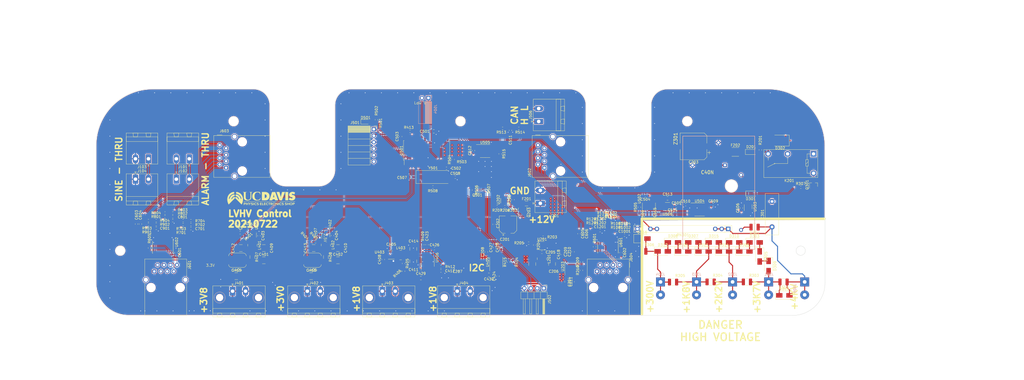
<source format=kicad_pcb>
(kicad_pcb (version 20210807) (generator pcbnew)

  (general
    (thickness 4.69)
  )

  (paper "USLetter")
  (layers
    (0 "F.Cu" signal)
    (1 "In1.Cu" power "L2 Ground")
    (2 "In2.Cu" power "L3 PWR")
    (31 "B.Cu" signal)
    (34 "B.Paste" user)
    (35 "F.Paste" user)
    (36 "B.SilkS" user "B.Silkscreen")
    (37 "F.SilkS" user "F.Silkscreen")
    (38 "B.Mask" user)
    (39 "F.Mask" user)
    (40 "Dwgs.User" user "User.Drawings")
    (44 "Edge.Cuts" user)
    (45 "Margin" user)
    (46 "B.CrtYd" user "B.Courtyard")
    (47 "F.CrtYd" user "F.Courtyard")
  )

  (setup
    (stackup
      (layer "F.SilkS" (type "Top Silk Screen"))
      (layer "F.Paste" (type "Top Solder Paste"))
      (layer "F.Mask" (type "Top Solder Mask") (color "Green") (thickness 0.01))
      (layer "F.Cu" (type "copper") (thickness 0.035))
      (layer "dielectric 1" (type "core") (thickness 1.51) (material "FR4") (epsilon_r 4.5) (loss_tangent 0.02))
      (layer "In1.Cu" (type "copper") (thickness 0.035))
      (layer "dielectric 2" (type "prepreg") (thickness 1.51) (material "FR4") (epsilon_r 4.5) (loss_tangent 0.02))
      (layer "In2.Cu" (type "copper") (thickness 0.035))
      (layer "dielectric 3" (type "core") (thickness 1.51) (material "FR4") (epsilon_r 4.5) (loss_tangent 0.02))
      (layer "B.Cu" (type "copper") (thickness 0.035))
      (layer "B.Mask" (type "Bottom Solder Mask") (color "Green") (thickness 0.01))
      (layer "B.Paste" (type "Bottom Solder Paste"))
      (layer "B.SilkS" (type "Bottom Silk Screen"))
      (copper_finish "None")
      (dielectric_constraints no)
    )
    (pad_to_mask_clearance 0)
    (grid_origin 247.803999 54.9455)
    (pcbplotparams
      (layerselection 0x00010f8_ffffffff)
      (disableapertmacros false)
      (usegerberextensions false)
      (usegerberattributes false)
      (usegerberadvancedattributes false)
      (creategerberjobfile false)
      (svguseinch false)
      (svgprecision 6)
      (excludeedgelayer true)
      (plotframeref false)
      (viasonmask false)
      (mode 1)
      (useauxorigin false)
      (hpglpennumber 1)
      (hpglpenspeed 20)
      (hpglpendiameter 15.000000)
      (dxfpolygonmode true)
      (dxfimperialunits true)
      (dxfusepcbnewfont true)
      (psnegative false)
      (psa4output false)
      (plotreference true)
      (plotvalue true)
      (plotinvisibletext false)
      (sketchpadsonfab false)
      (subtractmaskfromsilk true)
      (outputformat 1)
      (mirror false)
      (drillshape 0)
      (scaleselection 1)
      (outputdirectory "LVHV_20191026/")
    )
  )

  (net 0 "")
  (net 1 "GND")
  (net 2 "Net-(C203-Pad1)")
  (net 3 "Net-(C205-Pad2)")
  (net 4 "Net-(C205-Pad1)")
  (net 5 "+5V")
  (net 6 "Net-(C301-Pad1)")
  (net 7 "Net-(C406-Pad2)")
  (net 8 "Net-(C406-Pad1)")
  (net 9 "Net-(C407-Pad2)")
  (net 10 "Net-(C407-Pad1)")
  (net 11 "Net-(C408-Pad2)")
  (net 12 "Net-(C408-Pad1)")
  (net 13 "Net-(C204-Pad2)")
  (net 14 "Net-(C209-Pad1)")
  (net 15 "Net-(C210-Pad1)")
  (net 16 "+3V3I")
  (net 17 "Net-(C417-Pad2)")
  (net 18 "Net-(C401-Pad1)")
  (net 19 "Net-(C402-Pad1)")
  (net 20 "Net-(C423-Pad1)")
  (net 21 "+3V8")
  (net 22 "/LowVoltage/3V0")
  (net 23 "Net-(C426-Pad1)")
  (net 24 "+3V3")
  (net 25 "Net-(C501-Pad1)")
  (net 26 "/LowVoltage/2V6")
  (net 27 "Net-(C507-Pad1)")
  (net 28 "Net-(C508-Pad1)")
  (net 29 "Net-(D201-Pad2)")
  (net 30 "Net-(D201-Pad1)")
  (net 31 "/LowVoltage/3V8_OUT")
  (net 32 "Net-(D501-Pad2)")
  (net 33 "/LowVoltage/3V0_OUT")
  (net 34 "Net-(C424-Pad2)")
  (net 35 "Net-(C427-Pad1)")
  (net 36 "Net-(C428-Pad1)")
  (net 37 "/MCU/PGC")
  (net 38 "/MCU/PGD")
  (net 39 "Net-(J501-Pad1)")
  (net 40 "/LowVoltage/1V8_OUT")
  (net 41 "/HighVoltage/HV_Ctrl")
  (net 42 "Net-(D303-Pad1)")
  (net 43 "Net-(J504-Pad2)")
  (net 44 "Net-(J504-Pad1)")
  (net 45 "Net-(J601-Pad1)")
  (net 46 "Net-(J601-Pad2)")
  (net 47 "Net-(J601-Pad3)")
  (net 48 "Net-(J601-Pad4)")
  (net 49 "Net-(J601-Pad5)")
  (net 50 "Net-(J601-Pad6)")
  (net 51 "Net-(J601-Pad7)")
  (net 52 "Net-(J601-Pad8)")
  (net 53 "Net-(C603-Pad1)")
  (net 54 "Net-(C603-Pad2)")
  (net 55 "Net-(C604-Pad1)")
  (net 56 "Net-(C604-Pad2)")
  (net 57 "Net-(C701-Pad1)")
  (net 58 "Net-(C801-Pad1)")
  (net 59 "Net-(C605-Pad1)")
  (net 60 "Net-(C605-Pad2)")
  (net 61 "Net-(C901-Pad1)")
  (net 62 "Net-(C1001-Pad1)")
  (net 63 "Net-(C1101-Pad1)")
  (net 64 "Net-(C1201-Pad1)")
  (net 65 "/LVDSConnections/BiasNet3/in_p")
  (net 66 "/LVDSConnections/BiasNet3/in_n")
  (net 67 "Net-(C606-Pad1)")
  (net 68 "Net-(C606-Pad2)")
  (net 69 "Net-(J604-Pad1)")
  (net 70 "Net-(J604-Pad2)")
  (net 71 "Net-(J604-Pad3)")
  (net 72 "Net-(J604-Pad4)")
  (net 73 "Net-(J604-Pad5)")
  (net 74 "Net-(J604-Pad6)")
  (net 75 "Net-(J604-Pad7)")
  (net 76 "Net-(J604-Pad8)")
  (net 77 "Net-(R203-Pad1)")
  (net 78 "/PowerInput/5V_Feedback")
  (net 79 "Net-(R301-Pad2)")
  (net 80 "Net-(D303-Pad2)")
  (net 81 "Net-(D304-Pad1)")
  (net 82 "Net-(D304-Pad2)")
  (net 83 "Net-(D305-Pad2)")
  (net 84 "Net-(R412-Pad1)")
  (net 85 "Net-(D306-Pad1)")
  (net 86 "Net-(D307-Pad2)")
  (net 87 "Net-(D308-Pad1)")
  (net 88 "/MCU/SCL")
  (net 89 "/MCU/SDA")
  (net 90 "+12V")
  (net 91 "Net-(D309-Pad2)")
  (net 92 "Net-(D310-Pad1)")
  (net 93 "Net-(C510-Pad1)")
  (net 94 "/PowerInput/VIN")
  (net 95 "/Alarm2")
  (net 96 "/Alarm1")
  (net 97 "Net-(C511-Pad1)")
  (net 98 "/MCU/CAN_L")
  (net 99 "/MCU/CAN_H")
  (net 100 "/Sine")
  (net 101 "Net-(D311-Pad2)")
  (net 102 "Net-(D312-Pad1)")
  (net 103 "Net-(D314-Pad1)")
  (net 104 "unconnected-(J501-Pad6)")
  (net 105 "Net-(J502-Pad2)")
  (net 106 "/HighVoltage/SW1")
  (net 107 "Net-(Q203-Pad9)")
  (net 108 "Net-(R515-Pad2)")
  (net 109 "Net-(Q301-Pad1)")
  (net 110 "/MCU/CAN_RX")
  (net 111 "/MCU/CAN_TX")
  (net 112 "Net-(R202-Pad2)")
  (net 113 "Net-(R206-Pad2)")
  (net 114 "Net-(R208-Pad2)")
  (net 115 "Net-(R210-Pad1)")
  (net 116 "/HighVoltage/HV_ON_OFF")
  (net 117 "/LowVoltage/3V8_Feedback")
  (net 118 "/LowVoltage/3V0_Feedback")
  (net 119 "/LowVoltage/2V6_Feedback")
  (net 120 "/LowVoltage/LV_EN")
  (net 121 "Net-(R415-Pad1)")
  (net 122 "unconnected-(U202-Pad7)")
  (net 123 "/HighVoltage/HV_MON")
  (net 124 "unconnected-(U501-Pad17)")
  (net 125 "unconnected-(U501-Pad18)")
  (net 126 "unconnected-(U501-Pad24)")
  (net 127 "unconnected-(U501-Pad25)")
  (net 128 "unconnected-(U503-Pad6)")
  (net 129 "unconnected-(U504-Pad5)")
  (net 130 "unconnected-(U504-Pad6)")
  (net 131 "unconnected-(U504-Pad7)")
  (net 132 "unconnected-(U601-Pad13)")
  (net 133 "unconnected-(U602-Pad13)")
  (net 134 "Net-(R505-Pad1)")
  (net 135 "unconnected-(U502-Pad1)")
  (net 136 "unconnected-(U502-Pad5)")
  (net 137 "unconnected-(U502-Pad8)")
  (net 138 "Net-(J502-Pad3)")
  (net 139 "/PowerInput/VIN_FUSED")
  (net 140 "Net-(Q203-Pad5)")
  (net 141 "Net-(C513-Pad1)")
  (net 142 "Net-(C513-Pad2)")
  (net 143 "-5V")
  (net 144 "unconnected-(U506-Pad5)")
  (net 145 "/LVDSConnections/BiasNet4/in_p")
  (net 146 "/LVDSConnections/BiasNet5/in_p")
  (net 147 "/LVDSConnections/BiasNet5/in_n")
  (net 148 "/LVDSConnections/BiasNet4/in_n")
  (net 149 "/LVDSConnections/BiasNet/in_p")
  (net 150 "/LVDSConnections/BiasNet/in_n")
  (net 151 "/LVDSConnections/BiasNet1/in_p")
  (net 152 "/LVDSConnections/BiasNet2/in_p")
  (net 153 "/LVDSConnections/BiasNet2/in_n")
  (net 154 "/LVDSConnections/BiasNet1/in_n")
  (net 155 "Net-(R505-Pad2)")

  (footprint "Capacitor_SMD:CP_Elec_6.3x5.9" (layer "F.Cu") (at 161.508999 53.2455 90))

  (footprint "Capacitor_THT:C_Disc_D16.0mm_W5.0mm_P10.00mm" (layer "F.Cu") (at 264.977 54.176999 90))

  (footprint "Capacitor_SMD:C_0603_1608Metric" (layer "F.Cu") (at 63.941165 57.6535 90))

  (footprint "Capacitor_SMD:C_0603_1608Metric" (layer "F.Cu") (at 92.741165 57.557999 90))

  (footprint "Capacitor_SMD:C_0603_1608Metric" (layer "F.Cu") (at 115.748165 62.572699 180))

  (footprint "Capacitor_SMD:C_0603_1608Metric" (layer "F.Cu") (at 59.562165 54.504001))

  (footprint "Capacitor_SMD:C_0603_1608Metric" (layer "F.Cu") (at 87.511 56.468 90))

  (footprint "Capacitor_SMD:C_0603_1608Metric" (layer "F.Cu") (at 112.598665 66.951699 90))

  (footprint "Capacitor_SMD:C_1210_3225Metric" (layer "F.Cu") (at 65.799665 62.4955))

  (footprint "Capacitor_SMD:C_1210_3225Metric" (layer "F.Cu") (at 124.409665 67.627199 -90))

  (footprint "Capacitor_SMD:C_1210_3225Metric" (layer "F.Cu") (at 56.799665 62.4955 180))

  (footprint "Capacitor_SMD:C_1210_3225Metric" (layer "F.Cu") (at 124.409665 62.801199 90))

  (footprint "Capacitor_SMD:C_0603_1608Metric" (layer "F.Cu") (at 135.204665 71.437199 180))

  (footprint "Capacitor_SMD:C_0603_1608Metric" (layer "F.Cu") (at 129.743665 61.166199 90))

  (footprint "Capacitor_SMD:C_0603_1608Metric" (layer "F.Cu") (at 132.690165 62.674199))

  (footprint "Capacitor_SMD:C_0805_2012Metric" (layer "F.Cu") (at 127.349665 74.2455 180))

  (footprint "Fuse:Fuse_1206_3216Metric" (layer "F.Cu") (at 168.758999 44.9955))

  (footprint "Connector_Phoenix_MSTB:PhoenixContact_MSTBA_2,5_2-G-5,08_1x02_P5.08mm_Horizontal" (layer "F.Cu") (at 174.175293 44.9125 90))

  (footprint "Connector_Phoenix_MSTB:PhoenixContact_MSTB_2,5_2-GF-5,08_1x02_P5.08mm_Horizontal_ThreadedFlange_MountHole" (layer "F.Cu") (at 53.559665 79.397784))

  (footprint "Connector_Phoenix_MSTB:PhoenixContact_MSTB_2,5_2-GF-5,08_1x02_P5.08mm_Horizontal_ThreadedFlange_MountHole" (layer "F.Cu") (at 82.851665 79.397784))

  (footprint "Connector_Phoenix_MSTB:PhoenixContact_MSTB_2,5_2-GF-5,08_1x02_P5.08mm_Horizontal_ThreadedFlange_MountHole" (layer "F.Cu") (at 112.225332 79.397784))

  (footprint "Connector_Phoenix_MSTB:PhoenixContact_MSTB_2,5_2-GF-5,08_1x02_P5.08mm_Horizontal_ThreadedFlange_MountHole" (layer "F.Cu") (at 141.598999 79.397784))

  (footprint "LVHV:RJ45_Wuerth_615008142621_Horizontal" (layer "F.Cu") (at 31.759998 69.088 -90))

  (footprint "LVHV:RJ45_Wuerth_615008142621_Horizontal" (layer "F.Cu") (at 48.466961 22.055963))

  (footprint "LVHV:RJ45_Wuerth_615008142621_Horizontal" (layer "F.Cu") (at 205.232 69.088 -90))

  (footprint "LVHV:L_Pulse_PA4331.332NLT" (layer "F.Cu") (at 61.299665 61.355 -90))

  (footprint "LVHV:L_Pulse_PA4331.332NLT" (layer "F.Cu") (at 90.099665 61.259501 -90))

  (footprint "LVHV:L_Pulse_PA4331.332NLT" (layer "F.Cu") (at 119.449665 65.214199))

  (footprint "Resistor_SMD:R_1210_3225Metric" (layer "F.Cu") (at 258.152 54.2555 180))

  (footprint "Resistor_SMD:R_1210_3225Metric" (layer "F.Cu") (at 269.494 75.7555 180))

  (footprint "Resistor_SMD:R_1210_3225Metric" (layer "F.Cu") (at 255.143 75.7555 180))

  (footprint "Resistor_SMD:R_1210_3225Metric" (layer "F.Cu") (at 240.919 75.7555 180))

  (footprint "Resistor_SMD:R_1210_3225Metric" (layer "F.Cu") (at 226.19 75.819 180))

  (footprint "Resistor_SMD:R_1210_3225Metric" (layer "F.Cu") (at 214.122 63.7555 180))

  (footprint "Capacitor_SMD:C_0603_1608Metric" (layer "F.Cu") (at 57.262165 58.7455 90))

  (footprint "Resistor_SMD:R_0603_1608Metric" (layer "F.Cu") (at 56.512165 56.4955 180))

  (footprint "Capacitor_SMD:C_0603_1608Metric" (layer "F.Cu") (at 86.114 60.024 180))

  (footprint "Resistor_SMD:R_0603_1608Metric" (layer "F.Cu") (at 82.685 60.024 180))

  (footprint "Resistor_SMD:R_0603_1608Metric" (layer "F.Cu") (at 120.599665 68.516199 -90))

  (footprint "Resistor_SMD:R_0603_1608Metric" (layer "F.Cu") (at 120.599665 71.564199 -90))

  (footprint "Resistor_SMD:R_0603_1608Metric" (layer "F.Cu") (at 128.092665 61.166199 90))

  (footprint "Resistor_SMD:R_0603_1608Metric" (layer "F.Cu") (at 135.204665 69.849699))

  (footprint "Resistor_SMD:R_0603_1608Metric" (layer "F.Cu") (at 195.461 61.976999 90))

  (footprint "Package_TO_SOT_SMD:SOT-23-6" (layer "F.Cu") (at 61.299665 57.341001 90))

  (footprint "Package_TO_SOT_SMD:SOT-23-6" (layer "F.Cu") (at 90.099665 57.2455 90))

  (footprint "Package_TO_SOT_SMD:SOT-23-6" (layer "F.Cu") (at 115.435665 65.214199 180))

  (footprint "Package_SO:SOIC-8-1EP_3.9x4.9mm_P1.27mm_EP2.29x3mm" (layer "F.Cu") (at 129.997665 67.754199 90))

  (footprint "Package_SO:TSSOP-24_4.4x7.8mm_P0.65mm" (layer "F.Cu") (at 200.66 62.103 -90))

  (footprint "Package_TO_SOT_SMD:TSOT-23-8" (layer "F.Cu")
    (tedit 5A02FF57) (tstamp 00000000-0000-0000-0000-00005d8cf7b8)
    (at 255.588999 46.2555 90)
    (descr "8-pin TSOT23 package, http://cds.linear.com/docs/en/packaging/SOT_8_05-08-1637.pdf")
    (tags "TSOT-23-8")
    (property "Sheetfile" "MCU.kicad_sch")
    (property "Sheetname" "MCU")
    (property "digikey" "LTC2631ACTS8-HZ12#TRMPBFCT-ND")
    (property "mpn" "LTC2631ACTS8-HZ12#TRMPBF")
    (path "/00000000-0000-0000-0000-00005d5dc519/00000000-0000-0000-0000-00005d7313b8")
    (attr smd)
    (fp_text reference "U503" (at -0.000001 2.729001 90) (layer "F.SilkS")
      (effects (font (size 1 1) (thickness 0.15)))
      (tstamp e8fad825-0c84-4b6c-a431-048dac74ab57)
    )
    (fp_text value "LTC2631-HZ" (at 0 2.5 90) (layer "F.Fab")
      (effects (font (size 1 1) (thickness 0.15)))
      (tstamp 4a8f4fb6-f195-4c0d-8e1b-20931d26466d)
    )
    (fp_text user "${REFERENCE}" (at 0 0) (layer "F.Fab")
      (effects (font (size 0.5 0.5) (thickness 0.075)))
      (tstamp bb903e37-82df-4c8b-b124-fba41c5123f0)
    )
    (fp_line (start -0.88 1.56) (end 0.88 1.56) (layer "F.SilkS") (width 0.12) (tstamp e0e92d0e-8f13-4f1f-b11e-a5a77f310bee))
    (fp_line (start 0.88 -1.51) (end -1.55 -1.51) (layer "F.SilkS") (width 0.12) (tstamp 8defafba-fd05-4e3c-a5e1-74ca4c88f703))
    (fp_line (start -2.17 -1.7) (end -2.17 1.7) (layer "F.CrtYd") (width 0.05) (tstamp 65657ae6-a960-4b3d-89a4-1b280b75cd4d))
    (fp_line (start -2.17 -1.7) (end 2.17 -1.7) (layer "F.CrtYd") (width 0.05) (tstamp b05b7b84-51b8-47c4-b9d3-5
... [4382659 chars truncated]
</source>
